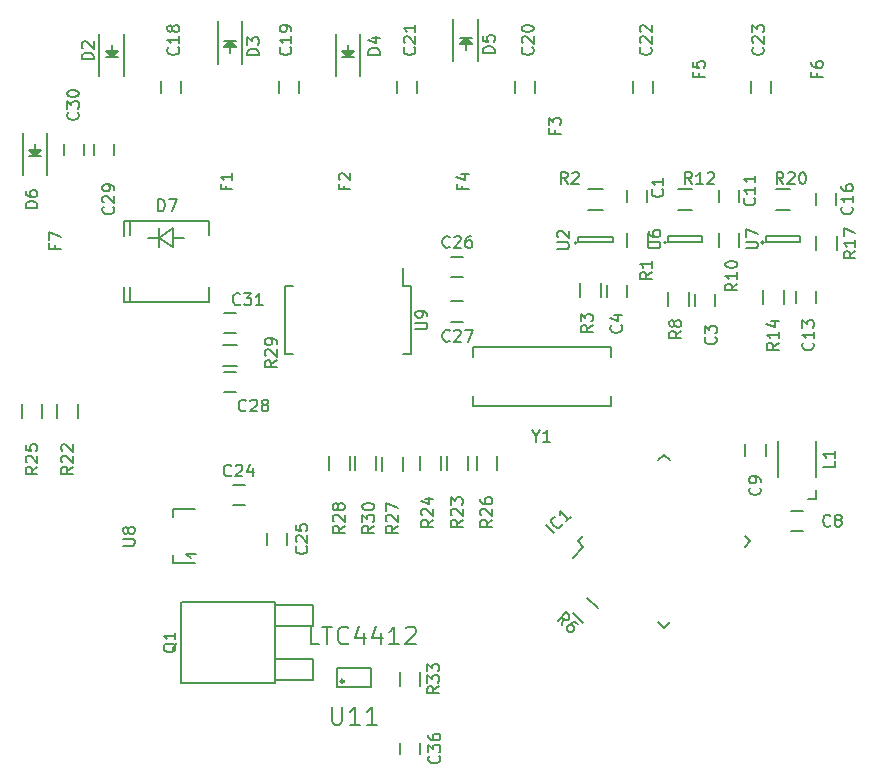
<source format=gto>
G04 #@! TF.FileFunction,Legend,Top*
%FSLAX46Y46*%
G04 Gerber Fmt 4.6, Leading zero omitted, Abs format (unit mm)*
G04 Created by KiCad (PCBNEW 4.0.1-stable) date 17.05.2016 13:35:18*
%MOMM*%
G01*
G04 APERTURE LIST*
%ADD10C,0.100000*%
%ADD11C,0.150000*%
%ADD12C,0.250000*%
G04 APERTURE END LIST*
D10*
D11*
X115500000Y-79650000D02*
X114500000Y-79650000D01*
X114500000Y-81350000D02*
X115500000Y-81350000D01*
X100963575Y-60279999D02*
X100963575Y-61279999D01*
X102663575Y-61279999D02*
X102663575Y-60279999D01*
X103463575Y-60279999D02*
X103463575Y-61279999D01*
X105163575Y-61279999D02*
X105163575Y-60279999D01*
X144431445Y-93950000D02*
X144908742Y-94427297D01*
X151750000Y-86631445D02*
X152227297Y-87108742D01*
X159068555Y-93950000D02*
X158591258Y-93472703D01*
X151750000Y-101268555D02*
X151272703Y-100791258D01*
X144431445Y-93950000D02*
X144908742Y-93472703D01*
X151750000Y-101268555D02*
X152227297Y-100791258D01*
X159068555Y-93950000D02*
X158591258Y-94427297D01*
X151750000Y-86631445D02*
X151272703Y-87108742D01*
X144908742Y-94427297D02*
X144007181Y-95328858D01*
X163500000Y-91400000D02*
X162500000Y-91400000D01*
X162500000Y-93100000D02*
X163500000Y-93100000D01*
X146550000Y-65875000D02*
X145350000Y-65875000D01*
X145350000Y-64125000D02*
X146550000Y-64125000D01*
X120850000Y-56000000D02*
X120850000Y-55000000D01*
X119150000Y-55000000D02*
X119150000Y-56000000D01*
X140850000Y-56000000D02*
X140850000Y-55000000D01*
X139150000Y-55000000D02*
X139150000Y-56000000D01*
X130850000Y-56000000D02*
X130850000Y-55000000D01*
X129150000Y-55000000D02*
X129150000Y-56000000D01*
X150850000Y-56000000D02*
X150850000Y-55000000D01*
X149150000Y-55000000D02*
X149150000Y-56000000D01*
X160850000Y-56000000D02*
X160850000Y-55000000D01*
X159150000Y-55000000D02*
X159150000Y-56000000D01*
X115250000Y-90850000D02*
X116250000Y-90850000D01*
X116250000Y-89150000D02*
X115250000Y-89150000D01*
X119850000Y-94250000D02*
X119850000Y-93250000D01*
X118150000Y-93250000D02*
X118150000Y-94250000D01*
X134750000Y-69900000D02*
X133750000Y-69900000D01*
X133750000Y-71600000D02*
X134750000Y-71600000D01*
X133750000Y-75350000D02*
X134750000Y-75350000D01*
X134750000Y-73650000D02*
X133750000Y-73650000D01*
X109001620Y-68251020D02*
X108099920Y-68251020D01*
X110152240Y-68251020D02*
X111150460Y-68251020D01*
X106501600Y-73651060D02*
X106501600Y-72449640D01*
X106501600Y-66848940D02*
X106501600Y-68050360D01*
X113250240Y-73651060D02*
X113250240Y-72449640D01*
X113250240Y-66848940D02*
X113250240Y-68050360D01*
X106051880Y-73651060D02*
X106051880Y-72398840D01*
X106051880Y-66848940D02*
X106051880Y-68101160D01*
X109001620Y-67450920D02*
X109001620Y-69051120D01*
X110152240Y-69000320D02*
X110152240Y-67450920D01*
X109001620Y-68251020D02*
X110152240Y-69000320D01*
X109001620Y-68251020D02*
X110152240Y-67450920D01*
X106051880Y-73651060D02*
X113250240Y-73651060D01*
X106051880Y-66848940D02*
X113250240Y-66848940D01*
X137625000Y-86750000D02*
X137625000Y-87950000D01*
X135875000Y-87950000D02*
X135875000Y-86750000D01*
X129625000Y-86800000D02*
X129625000Y-88000000D01*
X127875000Y-88000000D02*
X127875000Y-86800000D01*
X125125000Y-86750000D02*
X125125000Y-87950000D01*
X123375000Y-87950000D02*
X123375000Y-86750000D01*
X114400000Y-77375000D02*
X115600000Y-77375000D01*
X115600000Y-79125000D02*
X114400000Y-79125000D01*
X111701360Y-95399920D02*
X111401640Y-95151000D01*
X111401640Y-95151000D02*
X111251780Y-95049400D01*
X111251780Y-95049400D02*
X112100140Y-95049400D01*
X110200220Y-95750440D02*
X112001080Y-95750440D01*
X110200220Y-95750440D02*
X110200220Y-95100200D01*
X110200220Y-91249560D02*
X112001080Y-91249560D01*
X110200220Y-91249560D02*
X110200220Y-91899800D01*
X130325000Y-72375000D02*
X129675000Y-72375000D01*
X130325000Y-78125000D02*
X129675000Y-78125000D01*
X119675000Y-78125000D02*
X120325000Y-78125000D01*
X119675000Y-72375000D02*
X120325000Y-72375000D01*
X130325000Y-72375000D02*
X130325000Y-78125000D01*
X119675000Y-72375000D02*
X119675000Y-78125000D01*
X129675000Y-72375000D02*
X129675000Y-70775000D01*
X147250760Y-77500640D02*
X135551520Y-77500640D01*
X135551520Y-82499360D02*
X147250760Y-82499360D01*
X135551520Y-77500640D02*
X135551520Y-78349000D01*
X135551520Y-82499360D02*
X135551520Y-81651000D01*
X147250760Y-77500640D02*
X147250760Y-78349000D01*
X147250760Y-82499360D02*
X147250760Y-81651000D01*
X110850000Y-56000000D02*
X110850000Y-55000000D01*
X109150000Y-55000000D02*
X109150000Y-56000000D01*
X100375000Y-83500000D02*
X100375000Y-82300000D01*
X102125000Y-82300000D02*
X102125000Y-83500000D01*
X135125000Y-86750000D02*
X135125000Y-87950000D01*
X133375000Y-87950000D02*
X133375000Y-86750000D01*
X132875000Y-86750000D02*
X132875000Y-87950000D01*
X131125000Y-87950000D02*
X131125000Y-86750000D01*
X97375000Y-83500000D02*
X97375000Y-82300000D01*
X99125000Y-82300000D02*
X99125000Y-83500000D01*
X127375000Y-86750000D02*
X127375000Y-87950000D01*
X125625000Y-87950000D02*
X125625000Y-86750000D01*
X150350000Y-65250000D02*
X150350000Y-64250000D01*
X148650000Y-64250000D02*
X148650000Y-65250000D01*
X156100000Y-74000000D02*
X156100000Y-73000000D01*
X154400000Y-73000000D02*
X154400000Y-74000000D01*
X148600000Y-73250000D02*
X148600000Y-72250000D01*
X146900000Y-72250000D02*
X146900000Y-73250000D01*
X158650000Y-85750000D02*
X158650000Y-86750000D01*
X160350000Y-86750000D02*
X160350000Y-85750000D01*
X158100000Y-65250000D02*
X158100000Y-64250000D01*
X156400000Y-64250000D02*
X156400000Y-65250000D01*
X164600000Y-73750000D02*
X164600000Y-72750000D01*
X162900000Y-72750000D02*
X162900000Y-73750000D01*
X166350000Y-65500000D02*
X166350000Y-64500000D01*
X164650000Y-64500000D02*
X164650000Y-65500000D01*
X148625000Y-69050000D02*
X148625000Y-67850000D01*
X150375000Y-67850000D02*
X150375000Y-69050000D01*
X144625000Y-73300000D02*
X144625000Y-72100000D01*
X146375000Y-72100000D02*
X146375000Y-73300000D01*
X145272703Y-98785266D02*
X146121232Y-99633795D01*
X144883795Y-100871232D02*
X144035266Y-100022703D01*
X152125000Y-74050000D02*
X152125000Y-72850000D01*
X153875000Y-72850000D02*
X153875000Y-74050000D01*
X156375000Y-69050000D02*
X156375000Y-67850000D01*
X158125000Y-67850000D02*
X158125000Y-69050000D01*
X154150000Y-65875000D02*
X152950000Y-65875000D01*
X152950000Y-64125000D02*
X154150000Y-64125000D01*
X160125000Y-73900000D02*
X160125000Y-72700000D01*
X161875000Y-72700000D02*
X161875000Y-73900000D01*
X164625000Y-69300000D02*
X164625000Y-68100000D01*
X166375000Y-68100000D02*
X166375000Y-69300000D01*
X162400000Y-65875000D02*
X161200000Y-65875000D01*
X161200000Y-64125000D02*
X162400000Y-64125000D01*
X144350000Y-68700000D02*
G75*
G03X144350000Y-68700000I-100000J0D01*
G01*
X144500000Y-68150000D02*
X144500000Y-68650000D01*
X147400000Y-68150000D02*
X144500000Y-68150000D01*
X147400000Y-68650000D02*
X147400000Y-68150000D01*
X144500000Y-68650000D02*
X147400000Y-68650000D01*
X151950000Y-68650000D02*
G75*
G03X151950000Y-68650000I-100000J0D01*
G01*
X152100000Y-68100000D02*
X152100000Y-68600000D01*
X155000000Y-68100000D02*
X152100000Y-68100000D01*
X155000000Y-68600000D02*
X155000000Y-68100000D01*
X152100000Y-68600000D02*
X155000000Y-68600000D01*
X160200000Y-68650000D02*
G75*
G03X160200000Y-68650000I-100000J0D01*
G01*
X160350000Y-68100000D02*
X160350000Y-68600000D01*
X163250000Y-68100000D02*
X160350000Y-68100000D01*
X163250000Y-68600000D02*
X163250000Y-68100000D01*
X160350000Y-68600000D02*
X163250000Y-68600000D01*
X106050000Y-54569860D02*
X106050000Y-50969860D01*
X103950000Y-54569860D02*
X103950000Y-50969860D01*
X104700000Y-52519860D02*
X105300000Y-52519860D01*
X105300000Y-52519860D02*
X105000000Y-52819860D01*
X105000000Y-52819860D02*
X104800000Y-52619860D01*
X104800000Y-52619860D02*
X105050000Y-52619860D01*
X105050000Y-52619860D02*
X105000000Y-52669860D01*
X104500000Y-52919860D02*
X105500000Y-52919860D01*
X105000000Y-52419860D02*
X105000000Y-51919860D01*
X105000000Y-52919860D02*
X104500000Y-52419860D01*
X104500000Y-52419860D02*
X105500000Y-52419860D01*
X105500000Y-52419860D02*
X105000000Y-52919860D01*
X113950000Y-49930140D02*
X113950000Y-53530140D01*
X116050000Y-49930140D02*
X116050000Y-53530140D01*
X115300000Y-51980140D02*
X114700000Y-51980140D01*
X114700000Y-51980140D02*
X115000000Y-51680140D01*
X115000000Y-51680140D02*
X115200000Y-51880140D01*
X115200000Y-51880140D02*
X114950000Y-51880140D01*
X114950000Y-51880140D02*
X115000000Y-51830140D01*
X115500000Y-51580140D02*
X114500000Y-51580140D01*
X115000000Y-52080140D02*
X115000000Y-52580140D01*
X115000000Y-51580140D02*
X115500000Y-52080140D01*
X115500000Y-52080140D02*
X114500000Y-52080140D01*
X114500000Y-52080140D02*
X115000000Y-51580140D01*
X126050000Y-54569860D02*
X126050000Y-50969860D01*
X123950000Y-54569860D02*
X123950000Y-50969860D01*
X124700000Y-52519860D02*
X125300000Y-52519860D01*
X125300000Y-52519860D02*
X125000000Y-52819860D01*
X125000000Y-52819860D02*
X124800000Y-52619860D01*
X124800000Y-52619860D02*
X125050000Y-52619860D01*
X125050000Y-52619860D02*
X125000000Y-52669860D01*
X124500000Y-52919860D02*
X125500000Y-52919860D01*
X125000000Y-52419860D02*
X125000000Y-51919860D01*
X125000000Y-52919860D02*
X124500000Y-52419860D01*
X124500000Y-52419860D02*
X125500000Y-52419860D01*
X125500000Y-52419860D02*
X125000000Y-52919860D01*
X133910000Y-49729860D02*
X133910000Y-53329860D01*
X136010000Y-49729860D02*
X136010000Y-53329860D01*
X135260000Y-51779860D02*
X134660000Y-51779860D01*
X134660000Y-51779860D02*
X134960000Y-51479860D01*
X134960000Y-51479860D02*
X135160000Y-51679860D01*
X135160000Y-51679860D02*
X134910000Y-51679860D01*
X134910000Y-51679860D02*
X134960000Y-51629860D01*
X135460000Y-51379860D02*
X134460000Y-51379860D01*
X134960000Y-51879860D02*
X134960000Y-52379860D01*
X134960000Y-51379860D02*
X135460000Y-51879860D01*
X135460000Y-51879860D02*
X134460000Y-51879860D01*
X134460000Y-51879860D02*
X134960000Y-51379860D01*
X99550000Y-62980140D02*
X99550000Y-59380140D01*
X97450000Y-62980140D02*
X97450000Y-59380140D01*
X98200000Y-60930140D02*
X98800000Y-60930140D01*
X98800000Y-60930140D02*
X98500000Y-61230140D01*
X98500000Y-61230140D02*
X98300000Y-61030140D01*
X98300000Y-61030140D02*
X98550000Y-61030140D01*
X98550000Y-61030140D02*
X98500000Y-61080140D01*
X98000000Y-61330140D02*
X99000000Y-61330140D01*
X98500000Y-60830140D02*
X98500000Y-60330140D01*
X98500000Y-61330140D02*
X98000000Y-60830140D01*
X98000000Y-60830140D02*
X99000000Y-60830140D01*
X99000000Y-60830140D02*
X98500000Y-61330140D01*
X164600000Y-90350000D02*
X163950000Y-90350000D01*
X164600000Y-89600000D02*
X164600000Y-90350000D01*
X164600000Y-85500000D02*
X164600000Y-88500000D01*
X161400000Y-88500000D02*
X161400000Y-85500000D01*
X131100000Y-112000000D02*
X131100000Y-111000000D01*
X129400000Y-111000000D02*
X129400000Y-112000000D01*
X118826000Y-101103000D02*
X122001000Y-101103000D01*
X122001000Y-101103000D02*
X122001000Y-99325000D01*
X122001000Y-99325000D02*
X118826000Y-99325000D01*
X118826000Y-105675000D02*
X122001000Y-105675000D01*
X122001000Y-105675000D02*
X122001000Y-103897000D01*
X122001000Y-103897000D02*
X118826000Y-103897000D01*
X112730000Y-99071000D02*
X118826000Y-99071000D01*
X118826000Y-99071000D02*
X118826000Y-105929000D01*
X118826000Y-105929000D02*
X110952000Y-105929000D01*
X110825000Y-105929000D02*
X110825000Y-99071000D01*
X110952000Y-99071000D02*
X112730000Y-99071000D01*
X131125000Y-105000000D02*
X131125000Y-106200000D01*
X129375000Y-106200000D02*
X129375000Y-105000000D01*
D12*
X124641421Y-105800000D02*
G75*
G03X124641421Y-105800000I-141421J0D01*
G01*
D11*
X124050000Y-106300000D02*
X124050000Y-104700000D01*
X124050000Y-104700000D02*
X126950000Y-104700000D01*
X126950000Y-104700000D02*
X126950000Y-106300000D01*
X126950000Y-106300000D02*
X124050000Y-106300000D01*
X114500000Y-76350000D02*
X115500000Y-76350000D01*
X115500000Y-74650000D02*
X114500000Y-74650000D01*
X116357143Y-82857143D02*
X116309524Y-82904762D01*
X116166667Y-82952381D01*
X116071429Y-82952381D01*
X115928571Y-82904762D01*
X115833333Y-82809524D01*
X115785714Y-82714286D01*
X115738095Y-82523810D01*
X115738095Y-82380952D01*
X115785714Y-82190476D01*
X115833333Y-82095238D01*
X115928571Y-82000000D01*
X116071429Y-81952381D01*
X116166667Y-81952381D01*
X116309524Y-82000000D01*
X116357143Y-82047619D01*
X116738095Y-82047619D02*
X116785714Y-82000000D01*
X116880952Y-81952381D01*
X117119048Y-81952381D01*
X117214286Y-82000000D01*
X117261905Y-82047619D01*
X117309524Y-82142857D01*
X117309524Y-82238095D01*
X117261905Y-82380952D01*
X116690476Y-82952381D01*
X117309524Y-82952381D01*
X117880952Y-82380952D02*
X117785714Y-82333333D01*
X117738095Y-82285714D01*
X117690476Y-82190476D01*
X117690476Y-82142857D01*
X117738095Y-82047619D01*
X117785714Y-82000000D01*
X117880952Y-81952381D01*
X118071429Y-81952381D01*
X118166667Y-82000000D01*
X118214286Y-82047619D01*
X118261905Y-82142857D01*
X118261905Y-82190476D01*
X118214286Y-82285714D01*
X118166667Y-82333333D01*
X118071429Y-82380952D01*
X117880952Y-82380952D01*
X117785714Y-82428571D01*
X117738095Y-82476190D01*
X117690476Y-82571429D01*
X117690476Y-82761905D01*
X117738095Y-82857143D01*
X117785714Y-82904762D01*
X117880952Y-82952381D01*
X118071429Y-82952381D01*
X118166667Y-82904762D01*
X118214286Y-82857143D01*
X118261905Y-82761905D01*
X118261905Y-82571429D01*
X118214286Y-82476190D01*
X118166667Y-82428571D01*
X118071429Y-82380952D01*
X102107143Y-57642857D02*
X102154762Y-57690476D01*
X102202381Y-57833333D01*
X102202381Y-57928571D01*
X102154762Y-58071429D01*
X102059524Y-58166667D01*
X101964286Y-58214286D01*
X101773810Y-58261905D01*
X101630952Y-58261905D01*
X101440476Y-58214286D01*
X101345238Y-58166667D01*
X101250000Y-58071429D01*
X101202381Y-57928571D01*
X101202381Y-57833333D01*
X101250000Y-57690476D01*
X101297619Y-57642857D01*
X101202381Y-57309524D02*
X101202381Y-56690476D01*
X101583333Y-57023810D01*
X101583333Y-56880952D01*
X101630952Y-56785714D01*
X101678571Y-56738095D01*
X101773810Y-56690476D01*
X102011905Y-56690476D01*
X102107143Y-56738095D01*
X102154762Y-56785714D01*
X102202381Y-56880952D01*
X102202381Y-57166667D01*
X102154762Y-57261905D01*
X102107143Y-57309524D01*
X101202381Y-56071429D02*
X101202381Y-55976190D01*
X101250000Y-55880952D01*
X101297619Y-55833333D01*
X101392857Y-55785714D01*
X101583333Y-55738095D01*
X101821429Y-55738095D01*
X102011905Y-55785714D01*
X102107143Y-55833333D01*
X102154762Y-55880952D01*
X102202381Y-55976190D01*
X102202381Y-56071429D01*
X102154762Y-56166667D01*
X102107143Y-56214286D01*
X102011905Y-56261905D01*
X101821429Y-56309524D01*
X101583333Y-56309524D01*
X101392857Y-56261905D01*
X101297619Y-56214286D01*
X101250000Y-56166667D01*
X101202381Y-56071429D01*
X105107143Y-65642857D02*
X105154762Y-65690476D01*
X105202381Y-65833333D01*
X105202381Y-65928571D01*
X105154762Y-66071429D01*
X105059524Y-66166667D01*
X104964286Y-66214286D01*
X104773810Y-66261905D01*
X104630952Y-66261905D01*
X104440476Y-66214286D01*
X104345238Y-66166667D01*
X104250000Y-66071429D01*
X104202381Y-65928571D01*
X104202381Y-65833333D01*
X104250000Y-65690476D01*
X104297619Y-65642857D01*
X104297619Y-65261905D02*
X104250000Y-65214286D01*
X104202381Y-65119048D01*
X104202381Y-64880952D01*
X104250000Y-64785714D01*
X104297619Y-64738095D01*
X104392857Y-64690476D01*
X104488095Y-64690476D01*
X104630952Y-64738095D01*
X105202381Y-65309524D01*
X105202381Y-64690476D01*
X105202381Y-64214286D02*
X105202381Y-64023810D01*
X105154762Y-63928571D01*
X105107143Y-63880952D01*
X104964286Y-63785714D01*
X104773810Y-63738095D01*
X104392857Y-63738095D01*
X104297619Y-63785714D01*
X104250000Y-63833333D01*
X104202381Y-63928571D01*
X104202381Y-64119048D01*
X104250000Y-64214286D01*
X104297619Y-64261905D01*
X104392857Y-64309524D01*
X104630952Y-64309524D01*
X104726190Y-64261905D01*
X104773810Y-64214286D01*
X104821429Y-64119048D01*
X104821429Y-63928571D01*
X104773810Y-63833333D01*
X104726190Y-63785714D01*
X104630952Y-63738095D01*
X142427639Y-93277238D02*
X141720532Y-92570131D01*
X143101074Y-92469116D02*
X143101074Y-92536460D01*
X143033731Y-92671147D01*
X142966387Y-92738490D01*
X142831700Y-92805834D01*
X142697013Y-92805834D01*
X142595998Y-92772162D01*
X142427639Y-92671147D01*
X142326623Y-92570131D01*
X142225608Y-92401773D01*
X142191936Y-92300758D01*
X142191936Y-92166071D01*
X142259281Y-92031383D01*
X142326624Y-91964040D01*
X142461311Y-91896696D01*
X142528654Y-91896696D01*
X143841853Y-91863025D02*
X143437791Y-92267086D01*
X143639822Y-92065056D02*
X142932715Y-91357949D01*
X142966387Y-91526308D01*
X142966387Y-91660994D01*
X142932715Y-91762010D01*
X165833334Y-92607143D02*
X165785715Y-92654762D01*
X165642858Y-92702381D01*
X165547620Y-92702381D01*
X165404762Y-92654762D01*
X165309524Y-92559524D01*
X165261905Y-92464286D01*
X165214286Y-92273810D01*
X165214286Y-92130952D01*
X165261905Y-91940476D01*
X165309524Y-91845238D01*
X165404762Y-91750000D01*
X165547620Y-91702381D01*
X165642858Y-91702381D01*
X165785715Y-91750000D01*
X165833334Y-91797619D01*
X166404762Y-92130952D02*
X166309524Y-92083333D01*
X166261905Y-92035714D01*
X166214286Y-91940476D01*
X166214286Y-91892857D01*
X166261905Y-91797619D01*
X166309524Y-91750000D01*
X166404762Y-91702381D01*
X166595239Y-91702381D01*
X166690477Y-91750000D01*
X166738096Y-91797619D01*
X166785715Y-91892857D01*
X166785715Y-91940476D01*
X166738096Y-92035714D01*
X166690477Y-92083333D01*
X166595239Y-92130952D01*
X166404762Y-92130952D01*
X166309524Y-92178571D01*
X166261905Y-92226190D01*
X166214286Y-92321429D01*
X166214286Y-92511905D01*
X166261905Y-92607143D01*
X166309524Y-92654762D01*
X166404762Y-92702381D01*
X166595239Y-92702381D01*
X166690477Y-92654762D01*
X166738096Y-92607143D01*
X166785715Y-92511905D01*
X166785715Y-92321429D01*
X166738096Y-92226190D01*
X166690477Y-92178571D01*
X166595239Y-92130952D01*
X143583334Y-63702381D02*
X143250000Y-63226190D01*
X143011905Y-63702381D02*
X143011905Y-62702381D01*
X143392858Y-62702381D01*
X143488096Y-62750000D01*
X143535715Y-62797619D01*
X143583334Y-62892857D01*
X143583334Y-63035714D01*
X143535715Y-63130952D01*
X143488096Y-63178571D01*
X143392858Y-63226190D01*
X143011905Y-63226190D01*
X143964286Y-62797619D02*
X144011905Y-62750000D01*
X144107143Y-62702381D01*
X144345239Y-62702381D01*
X144440477Y-62750000D01*
X144488096Y-62797619D01*
X144535715Y-62892857D01*
X144535715Y-62988095D01*
X144488096Y-63130952D01*
X143916667Y-63702381D01*
X144535715Y-63702381D01*
X120107143Y-52142857D02*
X120154762Y-52190476D01*
X120202381Y-52333333D01*
X120202381Y-52428571D01*
X120154762Y-52571429D01*
X120059524Y-52666667D01*
X119964286Y-52714286D01*
X119773810Y-52761905D01*
X119630952Y-52761905D01*
X119440476Y-52714286D01*
X119345238Y-52666667D01*
X119250000Y-52571429D01*
X119202381Y-52428571D01*
X119202381Y-52333333D01*
X119250000Y-52190476D01*
X119297619Y-52142857D01*
X120202381Y-51190476D02*
X120202381Y-51761905D01*
X120202381Y-51476191D02*
X119202381Y-51476191D01*
X119345238Y-51571429D01*
X119440476Y-51666667D01*
X119488095Y-51761905D01*
X120202381Y-50714286D02*
X120202381Y-50523810D01*
X120154762Y-50428571D01*
X120107143Y-50380952D01*
X119964286Y-50285714D01*
X119773810Y-50238095D01*
X119392857Y-50238095D01*
X119297619Y-50285714D01*
X119250000Y-50333333D01*
X119202381Y-50428571D01*
X119202381Y-50619048D01*
X119250000Y-50714286D01*
X119297619Y-50761905D01*
X119392857Y-50809524D01*
X119630952Y-50809524D01*
X119726190Y-50761905D01*
X119773810Y-50714286D01*
X119821429Y-50619048D01*
X119821429Y-50428571D01*
X119773810Y-50333333D01*
X119726190Y-50285714D01*
X119630952Y-50238095D01*
X140607143Y-52142857D02*
X140654762Y-52190476D01*
X140702381Y-52333333D01*
X140702381Y-52428571D01*
X140654762Y-52571429D01*
X140559524Y-52666667D01*
X140464286Y-52714286D01*
X140273810Y-52761905D01*
X140130952Y-52761905D01*
X139940476Y-52714286D01*
X139845238Y-52666667D01*
X139750000Y-52571429D01*
X139702381Y-52428571D01*
X139702381Y-52333333D01*
X139750000Y-52190476D01*
X139797619Y-52142857D01*
X139797619Y-51761905D02*
X139750000Y-51714286D01*
X139702381Y-51619048D01*
X139702381Y-51380952D01*
X139750000Y-51285714D01*
X139797619Y-51238095D01*
X139892857Y-51190476D01*
X139988095Y-51190476D01*
X140130952Y-51238095D01*
X140702381Y-51809524D01*
X140702381Y-51190476D01*
X139702381Y-50571429D02*
X139702381Y-50476190D01*
X139750000Y-50380952D01*
X139797619Y-50333333D01*
X139892857Y-50285714D01*
X140083333Y-50238095D01*
X140321429Y-50238095D01*
X140511905Y-50285714D01*
X140607143Y-50333333D01*
X140654762Y-50380952D01*
X140702381Y-50476190D01*
X140702381Y-50571429D01*
X140654762Y-50666667D01*
X140607143Y-50714286D01*
X140511905Y-50761905D01*
X140321429Y-50809524D01*
X140083333Y-50809524D01*
X139892857Y-50761905D01*
X139797619Y-50714286D01*
X139750000Y-50666667D01*
X139702381Y-50571429D01*
X130607143Y-52142857D02*
X130654762Y-52190476D01*
X130702381Y-52333333D01*
X130702381Y-52428571D01*
X130654762Y-52571429D01*
X130559524Y-52666667D01*
X130464286Y-52714286D01*
X130273810Y-52761905D01*
X130130952Y-52761905D01*
X129940476Y-52714286D01*
X129845238Y-52666667D01*
X129750000Y-52571429D01*
X129702381Y-52428571D01*
X129702381Y-52333333D01*
X129750000Y-52190476D01*
X129797619Y-52142857D01*
X129797619Y-51761905D02*
X129750000Y-51714286D01*
X129702381Y-51619048D01*
X129702381Y-51380952D01*
X129750000Y-51285714D01*
X129797619Y-51238095D01*
X129892857Y-51190476D01*
X129988095Y-51190476D01*
X130130952Y-51238095D01*
X130702381Y-51809524D01*
X130702381Y-51190476D01*
X130702381Y-50238095D02*
X130702381Y-50809524D01*
X130702381Y-50523810D02*
X129702381Y-50523810D01*
X129845238Y-50619048D01*
X129940476Y-50714286D01*
X129988095Y-50809524D01*
X150607143Y-52142857D02*
X150654762Y-52190476D01*
X150702381Y-52333333D01*
X150702381Y-52428571D01*
X150654762Y-52571429D01*
X150559524Y-52666667D01*
X150464286Y-52714286D01*
X150273810Y-52761905D01*
X150130952Y-52761905D01*
X149940476Y-52714286D01*
X149845238Y-52666667D01*
X149750000Y-52571429D01*
X149702381Y-52428571D01*
X149702381Y-52333333D01*
X149750000Y-52190476D01*
X149797619Y-52142857D01*
X149797619Y-51761905D02*
X149750000Y-51714286D01*
X149702381Y-51619048D01*
X149702381Y-51380952D01*
X149750000Y-51285714D01*
X149797619Y-51238095D01*
X149892857Y-51190476D01*
X149988095Y-51190476D01*
X150130952Y-51238095D01*
X150702381Y-51809524D01*
X150702381Y-51190476D01*
X149797619Y-50809524D02*
X149750000Y-50761905D01*
X149702381Y-50666667D01*
X149702381Y-50428571D01*
X149750000Y-50333333D01*
X149797619Y-50285714D01*
X149892857Y-50238095D01*
X149988095Y-50238095D01*
X150130952Y-50285714D01*
X150702381Y-50857143D01*
X150702381Y-50238095D01*
X160107143Y-52142857D02*
X160154762Y-52190476D01*
X160202381Y-52333333D01*
X160202381Y-52428571D01*
X160154762Y-52571429D01*
X160059524Y-52666667D01*
X159964286Y-52714286D01*
X159773810Y-52761905D01*
X159630952Y-52761905D01*
X159440476Y-52714286D01*
X159345238Y-52666667D01*
X159250000Y-52571429D01*
X159202381Y-52428571D01*
X159202381Y-52333333D01*
X159250000Y-52190476D01*
X159297619Y-52142857D01*
X159297619Y-51761905D02*
X159250000Y-51714286D01*
X159202381Y-51619048D01*
X159202381Y-51380952D01*
X159250000Y-51285714D01*
X159297619Y-51238095D01*
X159392857Y-51190476D01*
X159488095Y-51190476D01*
X159630952Y-51238095D01*
X160202381Y-51809524D01*
X160202381Y-51190476D01*
X159202381Y-50857143D02*
X159202381Y-50238095D01*
X159583333Y-50571429D01*
X159583333Y-50428571D01*
X159630952Y-50333333D01*
X159678571Y-50285714D01*
X159773810Y-50238095D01*
X160011905Y-50238095D01*
X160107143Y-50285714D01*
X160154762Y-50333333D01*
X160202381Y-50428571D01*
X160202381Y-50714286D01*
X160154762Y-50809524D01*
X160107143Y-50857143D01*
X115107143Y-88357143D02*
X115059524Y-88404762D01*
X114916667Y-88452381D01*
X114821429Y-88452381D01*
X114678571Y-88404762D01*
X114583333Y-88309524D01*
X114535714Y-88214286D01*
X114488095Y-88023810D01*
X114488095Y-87880952D01*
X114535714Y-87690476D01*
X114583333Y-87595238D01*
X114678571Y-87500000D01*
X114821429Y-87452381D01*
X114916667Y-87452381D01*
X115059524Y-87500000D01*
X115107143Y-87547619D01*
X115488095Y-87547619D02*
X115535714Y-87500000D01*
X115630952Y-87452381D01*
X115869048Y-87452381D01*
X115964286Y-87500000D01*
X116011905Y-87547619D01*
X116059524Y-87642857D01*
X116059524Y-87738095D01*
X116011905Y-87880952D01*
X115440476Y-88452381D01*
X116059524Y-88452381D01*
X116916667Y-87785714D02*
X116916667Y-88452381D01*
X116678571Y-87404762D02*
X116440476Y-88119048D01*
X117059524Y-88119048D01*
X121457143Y-94392857D02*
X121504762Y-94440476D01*
X121552381Y-94583333D01*
X121552381Y-94678571D01*
X121504762Y-94821429D01*
X121409524Y-94916667D01*
X121314286Y-94964286D01*
X121123810Y-95011905D01*
X120980952Y-95011905D01*
X120790476Y-94964286D01*
X120695238Y-94916667D01*
X120600000Y-94821429D01*
X120552381Y-94678571D01*
X120552381Y-94583333D01*
X120600000Y-94440476D01*
X120647619Y-94392857D01*
X120647619Y-94011905D02*
X120600000Y-93964286D01*
X120552381Y-93869048D01*
X120552381Y-93630952D01*
X120600000Y-93535714D01*
X120647619Y-93488095D01*
X120742857Y-93440476D01*
X120838095Y-93440476D01*
X120980952Y-93488095D01*
X121552381Y-94059524D01*
X121552381Y-93440476D01*
X120552381Y-92535714D02*
X120552381Y-93011905D01*
X121028571Y-93059524D01*
X120980952Y-93011905D01*
X120933333Y-92916667D01*
X120933333Y-92678571D01*
X120980952Y-92583333D01*
X121028571Y-92535714D01*
X121123810Y-92488095D01*
X121361905Y-92488095D01*
X121457143Y-92535714D01*
X121504762Y-92583333D01*
X121552381Y-92678571D01*
X121552381Y-92916667D01*
X121504762Y-93011905D01*
X121457143Y-93059524D01*
X133607143Y-69007143D02*
X133559524Y-69054762D01*
X133416667Y-69102381D01*
X133321429Y-69102381D01*
X133178571Y-69054762D01*
X133083333Y-68959524D01*
X133035714Y-68864286D01*
X132988095Y-68673810D01*
X132988095Y-68530952D01*
X133035714Y-68340476D01*
X133083333Y-68245238D01*
X133178571Y-68150000D01*
X133321429Y-68102381D01*
X133416667Y-68102381D01*
X133559524Y-68150000D01*
X133607143Y-68197619D01*
X133988095Y-68197619D02*
X134035714Y-68150000D01*
X134130952Y-68102381D01*
X134369048Y-68102381D01*
X134464286Y-68150000D01*
X134511905Y-68197619D01*
X134559524Y-68292857D01*
X134559524Y-68388095D01*
X134511905Y-68530952D01*
X133940476Y-69102381D01*
X134559524Y-69102381D01*
X135416667Y-68102381D02*
X135226190Y-68102381D01*
X135130952Y-68150000D01*
X135083333Y-68197619D01*
X134988095Y-68340476D01*
X134940476Y-68530952D01*
X134940476Y-68911905D01*
X134988095Y-69007143D01*
X135035714Y-69054762D01*
X135130952Y-69102381D01*
X135321429Y-69102381D01*
X135416667Y-69054762D01*
X135464286Y-69007143D01*
X135511905Y-68911905D01*
X135511905Y-68673810D01*
X135464286Y-68578571D01*
X135416667Y-68530952D01*
X135321429Y-68483333D01*
X135130952Y-68483333D01*
X135035714Y-68530952D01*
X134988095Y-68578571D01*
X134940476Y-68673810D01*
X133607143Y-76957143D02*
X133559524Y-77004762D01*
X133416667Y-77052381D01*
X133321429Y-77052381D01*
X133178571Y-77004762D01*
X133083333Y-76909524D01*
X133035714Y-76814286D01*
X132988095Y-76623810D01*
X132988095Y-76480952D01*
X133035714Y-76290476D01*
X133083333Y-76195238D01*
X133178571Y-76100000D01*
X133321429Y-76052381D01*
X133416667Y-76052381D01*
X133559524Y-76100000D01*
X133607143Y-76147619D01*
X133988095Y-76147619D02*
X134035714Y-76100000D01*
X134130952Y-76052381D01*
X134369048Y-76052381D01*
X134464286Y-76100000D01*
X134511905Y-76147619D01*
X134559524Y-76242857D01*
X134559524Y-76338095D01*
X134511905Y-76480952D01*
X133940476Y-77052381D01*
X134559524Y-77052381D01*
X134892857Y-76052381D02*
X135559524Y-76052381D01*
X135130952Y-77052381D01*
X108912965Y-66002381D02*
X108912965Y-65002381D01*
X109151060Y-65002381D01*
X109293918Y-65050000D01*
X109389156Y-65145238D01*
X109436775Y-65240476D01*
X109484394Y-65430952D01*
X109484394Y-65573810D01*
X109436775Y-65764286D01*
X109389156Y-65859524D01*
X109293918Y-65954762D01*
X109151060Y-66002381D01*
X108912965Y-66002381D01*
X109817727Y-65002381D02*
X110484394Y-65002381D01*
X110055822Y-66002381D01*
X114678571Y-63833333D02*
X114678571Y-64166667D01*
X115202381Y-64166667D02*
X114202381Y-64166667D01*
X114202381Y-63690476D01*
X115202381Y-62785714D02*
X115202381Y-63357143D01*
X115202381Y-63071429D02*
X114202381Y-63071429D01*
X114345238Y-63166667D01*
X114440476Y-63261905D01*
X114488095Y-63357143D01*
X124678571Y-63833333D02*
X124678571Y-64166667D01*
X125202381Y-64166667D02*
X124202381Y-64166667D01*
X124202381Y-63690476D01*
X124297619Y-63357143D02*
X124250000Y-63309524D01*
X124202381Y-63214286D01*
X124202381Y-62976190D01*
X124250000Y-62880952D01*
X124297619Y-62833333D01*
X124392857Y-62785714D01*
X124488095Y-62785714D01*
X124630952Y-62833333D01*
X125202381Y-63404762D01*
X125202381Y-62785714D01*
X142478931Y-59134133D02*
X142478931Y-59467467D01*
X143002741Y-59467467D02*
X142002741Y-59467467D01*
X142002741Y-58991276D01*
X142002741Y-58705562D02*
X142002741Y-58086514D01*
X142383693Y-58419848D01*
X142383693Y-58276990D01*
X142431312Y-58181752D01*
X142478931Y-58134133D01*
X142574170Y-58086514D01*
X142812265Y-58086514D01*
X142907503Y-58134133D01*
X142955122Y-58181752D01*
X143002741Y-58276990D01*
X143002741Y-58562705D01*
X142955122Y-58657943D01*
X142907503Y-58705562D01*
X134678571Y-63833333D02*
X134678571Y-64166667D01*
X135202381Y-64166667D02*
X134202381Y-64166667D01*
X134202381Y-63690476D01*
X134535714Y-62880952D02*
X135202381Y-62880952D01*
X134154762Y-63119048D02*
X134869048Y-63357143D01*
X134869048Y-62738095D01*
X137202381Y-92142857D02*
X136726190Y-92476191D01*
X137202381Y-92714286D02*
X136202381Y-92714286D01*
X136202381Y-92333333D01*
X136250000Y-92238095D01*
X136297619Y-92190476D01*
X136392857Y-92142857D01*
X136535714Y-92142857D01*
X136630952Y-92190476D01*
X136678571Y-92238095D01*
X136726190Y-92333333D01*
X136726190Y-92714286D01*
X136297619Y-91761905D02*
X136250000Y-91714286D01*
X136202381Y-91619048D01*
X136202381Y-91380952D01*
X136250000Y-91285714D01*
X136297619Y-91238095D01*
X136392857Y-91190476D01*
X136488095Y-91190476D01*
X136630952Y-91238095D01*
X137202381Y-91809524D01*
X137202381Y-91190476D01*
X136202381Y-90333333D02*
X136202381Y-90523810D01*
X136250000Y-90619048D01*
X136297619Y-90666667D01*
X136440476Y-90761905D01*
X136630952Y-90809524D01*
X137011905Y-90809524D01*
X137107143Y-90761905D01*
X137154762Y-90714286D01*
X137202381Y-90619048D01*
X137202381Y-90428571D01*
X137154762Y-90333333D01*
X137107143Y-90285714D01*
X137011905Y-90238095D01*
X136773810Y-90238095D01*
X136678571Y-90285714D01*
X136630952Y-90333333D01*
X136583333Y-90428571D01*
X136583333Y-90619048D01*
X136630952Y-90714286D01*
X136678571Y-90761905D01*
X136773810Y-90809524D01*
X129202381Y-92642857D02*
X128726190Y-92976191D01*
X129202381Y-93214286D02*
X128202381Y-93214286D01*
X128202381Y-92833333D01*
X128250000Y-92738095D01*
X128297619Y-92690476D01*
X128392857Y-92642857D01*
X128535714Y-92642857D01*
X128630952Y-92690476D01*
X128678571Y-92738095D01*
X128726190Y-92833333D01*
X128726190Y-93214286D01*
X128297619Y-92261905D02*
X128250000Y-92214286D01*
X128202381Y-92119048D01*
X128202381Y-91880952D01*
X128250000Y-91785714D01*
X128297619Y-91738095D01*
X128392857Y-91690476D01*
X128488095Y-91690476D01*
X128630952Y-91738095D01*
X129202381Y-92309524D01*
X129202381Y-91690476D01*
X128202381Y-91357143D02*
X128202381Y-90690476D01*
X129202381Y-91119048D01*
X124702381Y-92642857D02*
X124226190Y-92976191D01*
X124702381Y-93214286D02*
X123702381Y-93214286D01*
X123702381Y-92833333D01*
X123750000Y-92738095D01*
X123797619Y-92690476D01*
X123892857Y-92642857D01*
X124035714Y-92642857D01*
X124130952Y-92690476D01*
X124178571Y-92738095D01*
X124226190Y-92833333D01*
X124226190Y-93214286D01*
X123797619Y-92261905D02*
X123750000Y-92214286D01*
X123702381Y-92119048D01*
X123702381Y-91880952D01*
X123750000Y-91785714D01*
X123797619Y-91738095D01*
X123892857Y-91690476D01*
X123988095Y-91690476D01*
X124130952Y-91738095D01*
X124702381Y-92309524D01*
X124702381Y-91690476D01*
X124130952Y-91119048D02*
X124083333Y-91214286D01*
X124035714Y-91261905D01*
X123940476Y-91309524D01*
X123892857Y-91309524D01*
X123797619Y-91261905D01*
X123750000Y-91214286D01*
X123702381Y-91119048D01*
X123702381Y-90928571D01*
X123750000Y-90833333D01*
X123797619Y-90785714D01*
X123892857Y-90738095D01*
X123940476Y-90738095D01*
X124035714Y-90785714D01*
X124083333Y-90833333D01*
X124130952Y-90928571D01*
X124130952Y-91119048D01*
X124178571Y-91214286D01*
X124226190Y-91261905D01*
X124321429Y-91309524D01*
X124511905Y-91309524D01*
X124607143Y-91261905D01*
X124654762Y-91214286D01*
X124702381Y-91119048D01*
X124702381Y-90928571D01*
X124654762Y-90833333D01*
X124607143Y-90785714D01*
X124511905Y-90738095D01*
X124321429Y-90738095D01*
X124226190Y-90785714D01*
X124178571Y-90833333D01*
X124130952Y-90928571D01*
X118952381Y-78642857D02*
X118476190Y-78976191D01*
X118952381Y-79214286D02*
X117952381Y-79214286D01*
X117952381Y-78833333D01*
X118000000Y-78738095D01*
X118047619Y-78690476D01*
X118142857Y-78642857D01*
X118285714Y-78642857D01*
X118380952Y-78690476D01*
X118428571Y-78738095D01*
X118476190Y-78833333D01*
X118476190Y-79214286D01*
X118047619Y-78261905D02*
X118000000Y-78214286D01*
X117952381Y-78119048D01*
X117952381Y-77880952D01*
X118000000Y-77785714D01*
X118047619Y-77738095D01*
X118142857Y-77690476D01*
X118238095Y-77690476D01*
X118380952Y-77738095D01*
X118952381Y-78309524D01*
X118952381Y-77690476D01*
X118952381Y-77214286D02*
X118952381Y-77023810D01*
X118904762Y-76928571D01*
X118857143Y-76880952D01*
X118714286Y-76785714D01*
X118523810Y-76738095D01*
X118142857Y-76738095D01*
X118047619Y-76785714D01*
X118000000Y-76833333D01*
X117952381Y-76928571D01*
X117952381Y-77119048D01*
X118000000Y-77214286D01*
X118047619Y-77261905D01*
X118142857Y-77309524D01*
X118380952Y-77309524D01*
X118476190Y-77261905D01*
X118523810Y-77214286D01*
X118571429Y-77119048D01*
X118571429Y-76928571D01*
X118523810Y-76833333D01*
X118476190Y-76785714D01*
X118380952Y-76738095D01*
X105951821Y-94312705D02*
X106761345Y-94312705D01*
X106856583Y-94265086D01*
X106904202Y-94217467D01*
X106951821Y-94122229D01*
X106951821Y-93931752D01*
X106904202Y-93836514D01*
X106856583Y-93788895D01*
X106761345Y-93741276D01*
X105951821Y-93741276D01*
X106380392Y-93122229D02*
X106332773Y-93217467D01*
X106285154Y-93265086D01*
X106189916Y-93312705D01*
X106142297Y-93312705D01*
X106047059Y-93265086D01*
X105999440Y-93217467D01*
X105951821Y-93122229D01*
X105951821Y-92931752D01*
X105999440Y-92836514D01*
X106047059Y-92788895D01*
X106142297Y-92741276D01*
X106189916Y-92741276D01*
X106285154Y-92788895D01*
X106332773Y-92836514D01*
X106380392Y-92931752D01*
X106380392Y-93122229D01*
X106428011Y-93217467D01*
X106475630Y-93265086D01*
X106570869Y-93312705D01*
X106761345Y-93312705D01*
X106856583Y-93265086D01*
X106904202Y-93217467D01*
X106951821Y-93122229D01*
X106951821Y-92931752D01*
X106904202Y-92836514D01*
X106856583Y-92788895D01*
X106761345Y-92741276D01*
X106570869Y-92741276D01*
X106475630Y-92788895D01*
X106428011Y-92836514D01*
X106380392Y-92931752D01*
X130702381Y-76011905D02*
X131511905Y-76011905D01*
X131607143Y-75964286D01*
X131654762Y-75916667D01*
X131702381Y-75821429D01*
X131702381Y-75630952D01*
X131654762Y-75535714D01*
X131607143Y-75488095D01*
X131511905Y-75440476D01*
X130702381Y-75440476D01*
X131702381Y-74916667D02*
X131702381Y-74726191D01*
X131654762Y-74630952D01*
X131607143Y-74583333D01*
X131464286Y-74488095D01*
X131273810Y-74440476D01*
X130892857Y-74440476D01*
X130797619Y-74488095D01*
X130750000Y-74535714D01*
X130702381Y-74630952D01*
X130702381Y-74821429D01*
X130750000Y-74916667D01*
X130797619Y-74964286D01*
X130892857Y-75011905D01*
X131130952Y-75011905D01*
X131226190Y-74964286D01*
X131273810Y-74916667D01*
X131321429Y-74821429D01*
X131321429Y-74630952D01*
X131273810Y-74535714D01*
X131226190Y-74488095D01*
X131130952Y-74440476D01*
X140924949Y-85056190D02*
X140924949Y-85532381D01*
X140591616Y-84532381D02*
X140924949Y-85056190D01*
X141258283Y-84532381D01*
X142115426Y-85532381D02*
X141543997Y-85532381D01*
X141829711Y-85532381D02*
X141829711Y-84532381D01*
X141734473Y-84675238D01*
X141639235Y-84770476D01*
X141543997Y-84818095D01*
X100178571Y-68867873D02*
X100178571Y-69201207D01*
X100702381Y-69201207D02*
X99702381Y-69201207D01*
X99702381Y-68725016D01*
X99702381Y-68439302D02*
X99702381Y-67772635D01*
X100702381Y-68201207D01*
X110607143Y-52142857D02*
X110654762Y-52190476D01*
X110702381Y-52333333D01*
X110702381Y-52428571D01*
X110654762Y-52571429D01*
X110559524Y-52666667D01*
X110464286Y-52714286D01*
X110273810Y-52761905D01*
X110130952Y-52761905D01*
X109940476Y-52714286D01*
X109845238Y-52666667D01*
X109750000Y-52571429D01*
X109702381Y-52428571D01*
X109702381Y-52333333D01*
X109750000Y-52190476D01*
X109797619Y-52142857D01*
X110702381Y-51190476D02*
X110702381Y-51761905D01*
X110702381Y-51476191D02*
X109702381Y-51476191D01*
X109845238Y-51571429D01*
X109940476Y-51666667D01*
X109988095Y-51761905D01*
X110130952Y-50619048D02*
X110083333Y-50714286D01*
X110035714Y-50761905D01*
X109940476Y-50809524D01*
X109892857Y-50809524D01*
X109797619Y-50761905D01*
X109750000Y-50714286D01*
X109702381Y-50619048D01*
X109702381Y-50428571D01*
X109750000Y-50333333D01*
X109797619Y-50285714D01*
X109892857Y-50238095D01*
X109940476Y-50238095D01*
X110035714Y-50285714D01*
X110083333Y-50333333D01*
X110130952Y-50428571D01*
X110130952Y-50619048D01*
X110178571Y-50714286D01*
X110226190Y-50761905D01*
X110321429Y-50809524D01*
X110511905Y-50809524D01*
X110607143Y-50761905D01*
X110654762Y-50714286D01*
X110702381Y-50619048D01*
X110702381Y-50428571D01*
X110654762Y-50333333D01*
X110607143Y-50285714D01*
X110511905Y-50238095D01*
X110321429Y-50238095D01*
X110226190Y-50285714D01*
X110178571Y-50333333D01*
X110130952Y-50428571D01*
X154678571Y-54333333D02*
X154678571Y-54666667D01*
X155202381Y-54666667D02*
X154202381Y-54666667D01*
X154202381Y-54190476D01*
X154202381Y-53333333D02*
X154202381Y-53809524D01*
X154678571Y-53857143D01*
X154630952Y-53809524D01*
X154583333Y-53714286D01*
X154583333Y-53476190D01*
X154630952Y-53380952D01*
X154678571Y-53333333D01*
X154773810Y-53285714D01*
X155011905Y-53285714D01*
X155107143Y-53333333D01*
X155154762Y-53380952D01*
X155202381Y-53476190D01*
X155202381Y-53714286D01*
X155154762Y-53809524D01*
X155107143Y-53857143D01*
X164678571Y-54333333D02*
X164678571Y-54666667D01*
X165202381Y-54666667D02*
X164202381Y-54666667D01*
X164202381Y-54190476D01*
X164202381Y-53380952D02*
X164202381Y-53571429D01*
X164250000Y-53666667D01*
X164297619Y-53714286D01*
X164440476Y-53809524D01*
X164630952Y-53857143D01*
X165011905Y-53857143D01*
X165107143Y-53809524D01*
X165154762Y-53761905D01*
X165202381Y-53666667D01*
X165202381Y-53476190D01*
X165154762Y-53380952D01*
X165107143Y-53333333D01*
X165011905Y-53285714D01*
X164773810Y-53285714D01*
X164678571Y-53333333D01*
X164630952Y-53380952D01*
X164583333Y-53476190D01*
X164583333Y-53666667D01*
X164630952Y-53761905D01*
X164678571Y-53809524D01*
X164773810Y-53857143D01*
X101702381Y-87642857D02*
X101226190Y-87976191D01*
X101702381Y-88214286D02*
X100702381Y-88214286D01*
X100702381Y-87833333D01*
X100750000Y-87738095D01*
X100797619Y-87690476D01*
X100892857Y-87642857D01*
X101035714Y-87642857D01*
X101130952Y-87690476D01*
X101178571Y-87738095D01*
X101226190Y-87833333D01*
X101226190Y-88214286D01*
X100797619Y-87261905D02*
X100750000Y-87214286D01*
X100702381Y-87119048D01*
X100702381Y-86880952D01*
X100750000Y-86785714D01*
X100797619Y-86738095D01*
X100892857Y-86690476D01*
X100988095Y-86690476D01*
X101130952Y-86738095D01*
X101702381Y-87309524D01*
X101702381Y-86690476D01*
X100797619Y-86309524D02*
X100750000Y-86261905D01*
X100702381Y-86166667D01*
X100702381Y-85928571D01*
X100750000Y-85833333D01*
X100797619Y-85785714D01*
X100892857Y-85738095D01*
X100988095Y-85738095D01*
X101130952Y-85785714D01*
X101702381Y-86357143D01*
X101702381Y-85738095D01*
X134702381Y-92142857D02*
X134226190Y-92476191D01*
X134702381Y-92714286D02*
X133702381Y-92714286D01*
X133702381Y-92333333D01*
X133750000Y-92238095D01*
X133797619Y-92190476D01*
X133892857Y-92142857D01*
X134035714Y-92142857D01*
X134130952Y-92190476D01*
X134178571Y-92238095D01*
X134226190Y-92333333D01*
X134226190Y-92714286D01*
X133797619Y-91761905D02*
X133750000Y-91714286D01*
X133702381Y-91619048D01*
X133702381Y-91380952D01*
X133750000Y-91285714D01*
X133797619Y-91238095D01*
X133892857Y-91190476D01*
X133988095Y-91190476D01*
X134130952Y-91238095D01*
X134702381Y-91809524D01*
X134702381Y-91190476D01*
X133702381Y-90857143D02*
X133702381Y-90238095D01*
X134083333Y-90571429D01*
X134083333Y-90428571D01*
X134130952Y-90333333D01*
X134178571Y-90285714D01*
X134273810Y-90238095D01*
X134511905Y-90238095D01*
X134607143Y-90285714D01*
X134654762Y-90333333D01*
X134702381Y-90428571D01*
X134702381Y-90714286D01*
X134654762Y-90809524D01*
X134607143Y-90857143D01*
X132202381Y-92142857D02*
X131726190Y-92476191D01*
X132202381Y-92714286D02*
X131202381Y-92714286D01*
X131202381Y-92333333D01*
X131250000Y-92238095D01*
X131297619Y-92190476D01*
X131392857Y-92142857D01*
X131535714Y-92142857D01*
X131630952Y-92190476D01*
X131678571Y-92238095D01*
X131726190Y-92333333D01*
X131726190Y-92714286D01*
X131297619Y-91761905D02*
X131250000Y-91714286D01*
X131202381Y-91619048D01*
X131202381Y-91380952D01*
X131250000Y-91285714D01*
X131297619Y-91238095D01*
X131392857Y-91190476D01*
X131488095Y-91190476D01*
X131630952Y-91238095D01*
X132202381Y-91809524D01*
X132202381Y-91190476D01*
X131535714Y-90333333D02*
X132202381Y-90333333D01*
X131154762Y-90571429D02*
X131869048Y-90809524D01*
X131869048Y-90190476D01*
X98702381Y-87642857D02*
X98226190Y-87976191D01*
X98702381Y-88214286D02*
X97702381Y-88214286D01*
X97702381Y-87833333D01*
X97750000Y-87738095D01*
X97797619Y-87690476D01*
X97892857Y-87642857D01*
X98035714Y-87642857D01*
X98130952Y-87690476D01*
X98178571Y-87738095D01*
X98226190Y-87833333D01*
X98226190Y-88214286D01*
X97797619Y-87261905D02*
X97750000Y-87214286D01*
X97702381Y-87119048D01*
X97702381Y-86880952D01*
X97750000Y-86785714D01*
X97797619Y-86738095D01*
X97892857Y-86690476D01*
X97988095Y-86690476D01*
X98130952Y-86738095D01*
X98702381Y-87309524D01*
X98702381Y-86690476D01*
X97702381Y-85785714D02*
X97702381Y-86261905D01*
X98178571Y-86309524D01*
X98130952Y-86261905D01*
X98083333Y-86166667D01*
X98083333Y-85928571D01*
X98130952Y-85833333D01*
X98178571Y-85785714D01*
X98273810Y-85738095D01*
X98511905Y-85738095D01*
X98607143Y-85785714D01*
X98654762Y-85833333D01*
X98702381Y-85928571D01*
X98702381Y-86166667D01*
X98654762Y-86261905D01*
X98607143Y-86309524D01*
X127202381Y-92642857D02*
X126726190Y-92976191D01*
X127202381Y-93214286D02*
X126202381Y-93214286D01*
X126202381Y-92833333D01*
X126250000Y-92738095D01*
X126297619Y-92690476D01*
X126392857Y-92642857D01*
X126535714Y-92642857D01*
X126630952Y-92690476D01*
X126678571Y-92738095D01*
X126726190Y-92833333D01*
X126726190Y-93214286D01*
X126202381Y-92309524D02*
X126202381Y-91690476D01*
X126583333Y-92023810D01*
X126583333Y-91880952D01*
X126630952Y-91785714D01*
X126678571Y-91738095D01*
X126773810Y-91690476D01*
X127011905Y-91690476D01*
X127107143Y-91738095D01*
X127154762Y-91785714D01*
X127202381Y-91880952D01*
X127202381Y-92166667D01*
X127154762Y-92261905D01*
X127107143Y-92309524D01*
X126202381Y-91071429D02*
X126202381Y-90976190D01*
X126250000Y-90880952D01*
X126297619Y-90833333D01*
X126392857Y-90785714D01*
X126583333Y-90738095D01*
X126821429Y-90738095D01*
X127011905Y-90785714D01*
X127107143Y-90833333D01*
X127154762Y-90880952D01*
X127202381Y-90976190D01*
X127202381Y-91071429D01*
X127154762Y-91166667D01*
X127107143Y-91214286D01*
X127011905Y-91261905D01*
X126821429Y-91309524D01*
X126583333Y-91309524D01*
X126392857Y-91261905D01*
X126297619Y-91214286D01*
X126250000Y-91166667D01*
X126202381Y-91071429D01*
X151607143Y-64166666D02*
X151654762Y-64214285D01*
X151702381Y-64357142D01*
X151702381Y-64452380D01*
X151654762Y-64595238D01*
X151559524Y-64690476D01*
X151464286Y-64738095D01*
X151273810Y-64785714D01*
X151130952Y-64785714D01*
X150940476Y-64738095D01*
X150845238Y-64690476D01*
X150750000Y-64595238D01*
X150702381Y-64452380D01*
X150702381Y-64357142D01*
X150750000Y-64214285D01*
X150797619Y-64166666D01*
X151702381Y-63214285D02*
X151702381Y-63785714D01*
X151702381Y-63500000D02*
X150702381Y-63500000D01*
X150845238Y-63595238D01*
X150940476Y-63690476D01*
X150988095Y-63785714D01*
X156107143Y-76666666D02*
X156154762Y-76714285D01*
X156202381Y-76857142D01*
X156202381Y-76952380D01*
X156154762Y-77095238D01*
X156059524Y-77190476D01*
X155964286Y-77238095D01*
X155773810Y-77285714D01*
X155630952Y-77285714D01*
X155440476Y-77238095D01*
X155345238Y-77190476D01*
X155250000Y-77095238D01*
X155202381Y-76952380D01*
X155202381Y-76857142D01*
X155250000Y-76714285D01*
X155297619Y-76666666D01*
X155202381Y-76333333D02*
X155202381Y-75714285D01*
X155583333Y-76047619D01*
X155583333Y-75904761D01*
X155630952Y-75809523D01*
X155678571Y-75761904D01*
X155773810Y-75714285D01*
X156011905Y-75714285D01*
X156107143Y-75761904D01*
X156154762Y-75809523D01*
X156202381Y-75904761D01*
X156202381Y-76190476D01*
X156154762Y-76285714D01*
X156107143Y-76333333D01*
X148107143Y-75666666D02*
X148154762Y-75714285D01*
X148202381Y-75857142D01*
X148202381Y-75952380D01*
X148154762Y-76095238D01*
X148059524Y-76190476D01*
X147964286Y-76238095D01*
X147773810Y-76285714D01*
X147630952Y-76285714D01*
X147440476Y-76238095D01*
X147345238Y-76190476D01*
X147250000Y-76095238D01*
X147202381Y-75952380D01*
X147202381Y-75857142D01*
X147250000Y-75714285D01*
X147297619Y-75666666D01*
X147535714Y-74809523D02*
X148202381Y-74809523D01*
X147154762Y-75047619D02*
X147869048Y-75285714D01*
X147869048Y-74666666D01*
X159857143Y-89416666D02*
X159904762Y-89464285D01*
X159952381Y-89607142D01*
X159952381Y-89702380D01*
X159904762Y-89845238D01*
X159809524Y-89940476D01*
X159714286Y-89988095D01*
X159523810Y-90035714D01*
X159380952Y-90035714D01*
X159190476Y-89988095D01*
X159095238Y-89940476D01*
X159000000Y-89845238D01*
X158952381Y-89702380D01*
X158952381Y-89607142D01*
X159000000Y-89464285D01*
X159047619Y-89416666D01*
X159952381Y-88940476D02*
X159952381Y-88750000D01*
X159904762Y-88654761D01*
X159857143Y-88607142D01*
X159714286Y-88511904D01*
X159523810Y-88464285D01*
X159142857Y-88464285D01*
X159047619Y-88511904D01*
X159000000Y-88559523D01*
X158952381Y-88654761D01*
X158952381Y-88845238D01*
X159000000Y-88940476D01*
X159047619Y-88988095D01*
X159142857Y-89035714D01*
X159380952Y-89035714D01*
X159476190Y-88988095D01*
X159523810Y-88940476D01*
X159571429Y-88845238D01*
X159571429Y-88654761D01*
X159523810Y-88559523D01*
X159476190Y-88511904D01*
X159380952Y-88464285D01*
X159397143Y-64892857D02*
X159444762Y-64940476D01*
X159492381Y-65083333D01*
X159492381Y-65178571D01*
X159444762Y-65321429D01*
X159349524Y-65416667D01*
X159254286Y-65464286D01*
X159063810Y-65511905D01*
X158920952Y-65511905D01*
X158730476Y-65464286D01*
X158635238Y-65416667D01*
X158540000Y-65321429D01*
X158492381Y-65178571D01*
X158492381Y-65083333D01*
X158540000Y-64940476D01*
X158587619Y-64892857D01*
X159492381Y-63940476D02*
X159492381Y-64511905D01*
X159492381Y-64226191D02*
X158492381Y-64226191D01*
X158635238Y-64321429D01*
X158730476Y-64416667D01*
X158778095Y-64511905D01*
X159492381Y-62988095D02*
X159492381Y-63559524D01*
X159492381Y-63273810D02*
X158492381Y-63273810D01*
X158635238Y-63369048D01*
X158730476Y-63464286D01*
X158778095Y-63559524D01*
X164357143Y-77142857D02*
X164404762Y-77190476D01*
X164452381Y-77333333D01*
X164452381Y-77428571D01*
X164404762Y-77571429D01*
X164309524Y-77666667D01*
X164214286Y-77714286D01*
X164023810Y-77761905D01*
X163880952Y-77761905D01*
X163690476Y-77714286D01*
X163595238Y-77666667D01*
X163500000Y-77571429D01*
X163452381Y-77428571D01*
X163452381Y-77333333D01*
X163500000Y-77190476D01*
X163547619Y-77142857D01*
X164452381Y-76190476D02*
X164452381Y-76761905D01*
X164452381Y-76476191D02*
X163452381Y-76476191D01*
X163595238Y-76571429D01*
X163690476Y-76666667D01*
X163738095Y-76761905D01*
X163452381Y-75857143D02*
X163452381Y-75238095D01*
X163833333Y-75571429D01*
X163833333Y-75428571D01*
X163880952Y-75333333D01*
X163928571Y-75285714D01*
X164023810Y-75238095D01*
X164261905Y-75238095D01*
X164357143Y-75285714D01*
X164404762Y-75333333D01*
X164452381Y-75428571D01*
X164452381Y-75714286D01*
X164404762Y-75809524D01*
X164357143Y-75857143D01*
X167647143Y-65642857D02*
X167694762Y-65690476D01*
X167742381Y-65833333D01*
X167742381Y-65928571D01*
X167694762Y-66071429D01*
X167599524Y-66166667D01*
X167504286Y-66214286D01*
X167313810Y-66261905D01*
X167170952Y-66261905D01*
X166980476Y-66214286D01*
X166885238Y-66166667D01*
X166790000Y-66071429D01*
X166742381Y-65928571D01*
X166742381Y-65833333D01*
X166790000Y-65690476D01*
X166837619Y-65642857D01*
X167742381Y-64690476D02*
X167742381Y-65261905D01*
X167742381Y-64976191D02*
X166742381Y-64976191D01*
X166885238Y-65071429D01*
X166980476Y-65166667D01*
X167028095Y-65261905D01*
X166742381Y-63833333D02*
X166742381Y-64023810D01*
X166790000Y-64119048D01*
X166837619Y-64166667D01*
X166980476Y-64261905D01*
X167170952Y-64309524D01*
X167551905Y-64309524D01*
X167647143Y-64261905D01*
X167694762Y-64214286D01*
X167742381Y-64119048D01*
X167742381Y-63928571D01*
X167694762Y-63833333D01*
X167647143Y-63785714D01*
X167551905Y-63738095D01*
X167313810Y-63738095D01*
X167218571Y-63785714D01*
X167170952Y-63833333D01*
X167123333Y-63928571D01*
X167123333Y-64119048D01*
X167170952Y-64214286D01*
X167218571Y-64261905D01*
X167313810Y-64309524D01*
X150702381Y-71166666D02*
X150226190Y-71500000D01*
X150702381Y-71738095D02*
X149702381Y-71738095D01*
X149702381Y-71357142D01*
X149750000Y-71261904D01*
X149797619Y-71214285D01*
X149892857Y-71166666D01*
X150035714Y-71166666D01*
X150130952Y-71214285D01*
X150178571Y-71261904D01*
X150226190Y-71357142D01*
X150226190Y-71738095D01*
X150702381Y-70214285D02*
X150702381Y-70785714D01*
X150702381Y-70500000D02*
X149702381Y-70500000D01*
X149845238Y-70595238D01*
X149940476Y-70690476D01*
X149988095Y-70785714D01*
X145702381Y-75666666D02*
X145226190Y-76000000D01*
X145702381Y-76238095D02*
X144702381Y-76238095D01*
X144702381Y-75857142D01*
X144750000Y-75761904D01*
X144797619Y-75714285D01*
X144892857Y-75666666D01*
X145035714Y-75666666D01*
X145130952Y-75714285D01*
X145178571Y-75761904D01*
X145226190Y-75857142D01*
X145226190Y-76238095D01*
X144702381Y-75333333D02*
X144702381Y-74714285D01*
X145083333Y-75047619D01*
X145083333Y-74904761D01*
X145130952Y-74809523D01*
X145178571Y-74761904D01*
X145273810Y-74714285D01*
X145511905Y-74714285D01*
X145607143Y-74761904D01*
X145654762Y-74809523D01*
X145702381Y-74904761D01*
X145702381Y-75190476D01*
X145654762Y-75285714D01*
X145607143Y-75333333D01*
X143137915Y-101073263D02*
X143238930Y-100500842D01*
X142733853Y-100669202D02*
X143440960Y-99962095D01*
X143710335Y-100231469D01*
X143744006Y-100332485D01*
X143744006Y-100399828D01*
X143710335Y-100500843D01*
X143609319Y-100601858D01*
X143508304Y-100635530D01*
X143440961Y-100635530D01*
X143339946Y-100601858D01*
X143070571Y-100332484D01*
X144451113Y-100972248D02*
X144316425Y-100837560D01*
X144215410Y-100803889D01*
X144148067Y-100803889D01*
X143979708Y-100837560D01*
X143811350Y-100938575D01*
X143541975Y-101207950D01*
X143508304Y-101308965D01*
X143508304Y-101376308D01*
X143541975Y-101477324D01*
X143676663Y-101612011D01*
X143777678Y-101645683D01*
X143845021Y-101645683D01*
X143946037Y-101612011D01*
X144114395Y-101443653D01*
X144148068Y-101342637D01*
X144148068Y-101275293D01*
X144114396Y-101174278D01*
X143979708Y-101039591D01*
X143878693Y-101005919D01*
X143811350Y-101005919D01*
X143710334Y-101039591D01*
X153202381Y-76166666D02*
X152726190Y-76500000D01*
X153202381Y-76738095D02*
X152202381Y-76738095D01*
X152202381Y-76357142D01*
X152250000Y-76261904D01*
X152297619Y-76214285D01*
X152392857Y-76166666D01*
X152535714Y-76166666D01*
X152630952Y-76214285D01*
X152678571Y-76261904D01*
X152726190Y-76357142D01*
X152726190Y-76738095D01*
X152630952Y-75595238D02*
X152583333Y-75690476D01*
X152535714Y-75738095D01*
X152440476Y-75785714D01*
X152392857Y-75785714D01*
X152297619Y-75738095D01*
X152250000Y-75690476D01*
X152202381Y-75595238D01*
X152202381Y-75404761D01*
X152250000Y-75309523D01*
X152297619Y-75261904D01*
X152392857Y-75214285D01*
X152440476Y-75214285D01*
X152535714Y-75261904D01*
X152583333Y-75309523D01*
X152630952Y-75404761D01*
X152630952Y-75595238D01*
X152678571Y-75690476D01*
X152726190Y-75738095D01*
X152821429Y-75785714D01*
X153011905Y-75785714D01*
X153107143Y-75738095D01*
X153154762Y-75690476D01*
X153202381Y-75595238D01*
X153202381Y-75404761D01*
X153154762Y-75309523D01*
X153107143Y-75261904D01*
X153011905Y-75214285D01*
X152821429Y-75214285D01*
X152726190Y-75261904D01*
X152678571Y-75309523D01*
X152630952Y-75404761D01*
X157952381Y-72142857D02*
X157476190Y-72476191D01*
X157952381Y-72714286D02*
X156952381Y-72714286D01*
X156952381Y-72333333D01*
X157000000Y-72238095D01*
X157047619Y-72190476D01*
X157142857Y-72142857D01*
X157285714Y-72142857D01*
X157380952Y-72190476D01*
X157428571Y-72238095D01*
X157476190Y-72333333D01*
X157476190Y-72714286D01*
X157952381Y-71190476D02*
X157952381Y-71761905D01*
X157952381Y-71476191D02*
X156952381Y-71476191D01*
X157095238Y-71571429D01*
X157190476Y-71666667D01*
X157238095Y-71761905D01*
X156952381Y-70571429D02*
X156952381Y-70476190D01*
X157000000Y-70380952D01*
X157047619Y-70333333D01*
X157142857Y-70285714D01*
X157333333Y-70238095D01*
X157571429Y-70238095D01*
X157761905Y-70285714D01*
X157857143Y-70333333D01*
X157904762Y-70380952D01*
X157952381Y-70476190D01*
X157952381Y-70571429D01*
X157904762Y-70666667D01*
X157857143Y-70714286D01*
X157761905Y-70761905D01*
X157571429Y-70809524D01*
X157333333Y-70809524D01*
X157142857Y-70761905D01*
X157047619Y-70714286D01*
X157000000Y-70666667D01*
X156952381Y-70571429D01*
X154107143Y-63702381D02*
X153773809Y-63226190D01*
X153535714Y-63702381D02*
X153535714Y-62702381D01*
X153916667Y-62702381D01*
X154011905Y-62750000D01*
X154059524Y-62797619D01*
X154107143Y-62892857D01*
X154107143Y-63035714D01*
X154059524Y-63130952D01*
X154011905Y-63178571D01*
X153916667Y-63226190D01*
X153535714Y-63226190D01*
X155059524Y-63702381D02*
X154488095Y-63702381D01*
X154773809Y-63702381D02*
X154773809Y-62702381D01*
X154678571Y-62845238D01*
X154583333Y-62940476D01*
X154488095Y-62988095D01*
X155440476Y-62797619D02*
X155488095Y-62750000D01*
X155583333Y-62702381D01*
X155821429Y-62702381D01*
X155916667Y-62750000D01*
X155964286Y-62797619D01*
X156011905Y-62892857D01*
X156011905Y-62988095D01*
X155964286Y-63130952D01*
X155392857Y-63702381D01*
X156011905Y-63702381D01*
X161452381Y-77142857D02*
X160976190Y-77476191D01*
X161452381Y-77714286D02*
X160452381Y-77714286D01*
X160452381Y-77333333D01*
X160500000Y-77238095D01*
X160547619Y-77190476D01*
X160642857Y-77142857D01*
X160785714Y-77142857D01*
X160880952Y-77190476D01*
X160928571Y-77238095D01*
X160976190Y-77333333D01*
X160976190Y-77714286D01*
X161452381Y-76190476D02*
X161452381Y-76761905D01*
X161452381Y-76476191D02*
X160452381Y-76476191D01*
X160595238Y-76571429D01*
X160690476Y-76666667D01*
X160738095Y-76761905D01*
X160785714Y-75333333D02*
X161452381Y-75333333D01*
X160404762Y-75571429D02*
X161119048Y-75809524D01*
X161119048Y-75190476D01*
X167952381Y-69392857D02*
X167476190Y-69726191D01*
X167952381Y-69964286D02*
X166952381Y-69964286D01*
X166952381Y-69583333D01*
X167000000Y-69488095D01*
X167047619Y-69440476D01*
X167142857Y-69392857D01*
X167285714Y-69392857D01*
X167380952Y-69440476D01*
X167428571Y-69488095D01*
X167476190Y-69583333D01*
X167476190Y-69964286D01*
X167952381Y-68440476D02*
X167952381Y-69011905D01*
X167952381Y-68726191D02*
X166952381Y-68726191D01*
X167095238Y-68821429D01*
X167190476Y-68916667D01*
X167238095Y-69011905D01*
X166952381Y-68107143D02*
X166952381Y-67440476D01*
X167952381Y-67869048D01*
X161857143Y-63702381D02*
X161523809Y-63226190D01*
X161285714Y-63702381D02*
X161285714Y-62702381D01*
X161666667Y-62702381D01*
X161761905Y-62750000D01*
X161809524Y-62797619D01*
X161857143Y-62892857D01*
X161857143Y-63035714D01*
X161809524Y-63130952D01*
X161761905Y-63178571D01*
X161666667Y-63226190D01*
X161285714Y-63226190D01*
X162238095Y-62797619D02*
X162285714Y-62750000D01*
X162380952Y-62702381D01*
X162619048Y-62702381D01*
X162714286Y-62750000D01*
X162761905Y-62797619D01*
X162809524Y-62892857D01*
X162809524Y-62988095D01*
X162761905Y-63130952D01*
X162190476Y-63702381D01*
X162809524Y-63702381D01*
X163428571Y-62702381D02*
X163523810Y-62702381D01*
X163619048Y-62750000D01*
X163666667Y-62797619D01*
X163714286Y-62892857D01*
X163761905Y-63083333D01*
X163761905Y-63321429D01*
X163714286Y-63511905D01*
X163666667Y-63607143D01*
X163619048Y-63654762D01*
X163523810Y-63702381D01*
X163428571Y-63702381D01*
X163333333Y-63654762D01*
X163285714Y-63607143D01*
X163238095Y-63511905D01*
X163190476Y-63321429D01*
X163190476Y-63083333D01*
X163238095Y-62892857D01*
X163285714Y-62797619D01*
X163333333Y-62750000D01*
X163428571Y-62702381D01*
X142702381Y-69211905D02*
X143511905Y-69211905D01*
X143607143Y-69164286D01*
X143654762Y-69116667D01*
X143702381Y-69021429D01*
X143702381Y-68830952D01*
X143654762Y-68735714D01*
X143607143Y-68688095D01*
X143511905Y-68640476D01*
X142702381Y-68640476D01*
X142797619Y-68211905D02*
X142750000Y-68164286D01*
X142702381Y-68069048D01*
X142702381Y-67830952D01*
X142750000Y-67735714D01*
X142797619Y-67688095D01*
X142892857Y-67640476D01*
X142988095Y-67640476D01*
X143130952Y-67688095D01*
X143702381Y-68259524D01*
X143702381Y-67640476D01*
X150452381Y-69161905D02*
X151261905Y-69161905D01*
X151357143Y-69114286D01*
X151404762Y-69066667D01*
X151452381Y-68971429D01*
X151452381Y-68780952D01*
X151404762Y-68685714D01*
X151357143Y-68638095D01*
X151261905Y-68590476D01*
X150452381Y-68590476D01*
X150452381Y-67685714D02*
X150452381Y-67876191D01*
X150500000Y-67971429D01*
X150547619Y-68019048D01*
X150690476Y-68114286D01*
X150880952Y-68161905D01*
X151261905Y-68161905D01*
X151357143Y-68114286D01*
X151404762Y-68066667D01*
X151452381Y-67971429D01*
X151452381Y-67780952D01*
X151404762Y-67685714D01*
X151357143Y-67638095D01*
X151261905Y-67590476D01*
X151023810Y-67590476D01*
X150928571Y-67638095D01*
X150880952Y-67685714D01*
X150833333Y-67780952D01*
X150833333Y-67971429D01*
X150880952Y-68066667D01*
X150928571Y-68114286D01*
X151023810Y-68161905D01*
X158702381Y-69161905D02*
X159511905Y-69161905D01*
X159607143Y-69114286D01*
X159654762Y-69066667D01*
X159702381Y-68971429D01*
X159702381Y-68780952D01*
X159654762Y-68685714D01*
X159607143Y-68638095D01*
X159511905Y-68590476D01*
X158702381Y-68590476D01*
X158702381Y-68209524D02*
X158702381Y-67542857D01*
X159702381Y-67971429D01*
X103452381Y-53157955D02*
X102452381Y-53157955D01*
X102452381Y-52919860D01*
X102500000Y-52777002D01*
X102595238Y-52681764D01*
X102690476Y-52634145D01*
X102880952Y-52586526D01*
X103023810Y-52586526D01*
X103214286Y-52634145D01*
X103309524Y-52681764D01*
X103404762Y-52777002D01*
X103452381Y-52919860D01*
X103452381Y-53157955D01*
X102547619Y-52205574D02*
X102500000Y-52157955D01*
X102452381Y-52062717D01*
X102452381Y-51824621D01*
X102500000Y-51729383D01*
X102547619Y-51681764D01*
X102642857Y-51634145D01*
X102738095Y-51634145D01*
X102880952Y-51681764D01*
X103452381Y-52253193D01*
X103452381Y-51634145D01*
X117452381Y-52818235D02*
X116452381Y-52818235D01*
X116452381Y-52580140D01*
X116500000Y-52437282D01*
X116595238Y-52342044D01*
X116690476Y-52294425D01*
X116880952Y-52246806D01*
X117023810Y-52246806D01*
X117214286Y-52294425D01*
X117309524Y-52342044D01*
X117404762Y-52437282D01*
X117452381Y-52580140D01*
X117452381Y-52818235D01*
X116452381Y-51913473D02*
X116452381Y-51294425D01*
X116833333Y-51627759D01*
X116833333Y-51484901D01*
X116880952Y-51389663D01*
X116928571Y-51342044D01*
X117023810Y-51294425D01*
X117261905Y-51294425D01*
X117357143Y-51342044D01*
X117404762Y-51389663D01*
X117452381Y-51484901D01*
X117452381Y-51770616D01*
X117404762Y-51865854D01*
X117357143Y-51913473D01*
X127702381Y-52738095D02*
X126702381Y-52738095D01*
X126702381Y-52500000D01*
X126750000Y-52357142D01*
X126845238Y-52261904D01*
X126940476Y-52214285D01*
X127130952Y-52166666D01*
X127273810Y-52166666D01*
X127464286Y-52214285D01*
X127559524Y-52261904D01*
X127654762Y-52357142D01*
X127702381Y-52500000D01*
X127702381Y-52738095D01*
X127035714Y-51309523D02*
X127702381Y-51309523D01*
X126654762Y-51547619D02*
X127369048Y-51785714D01*
X127369048Y-51166666D01*
X137412381Y-52617955D02*
X136412381Y-52617955D01*
X136412381Y-52379860D01*
X136460000Y-52237002D01*
X136555238Y-52141764D01*
X136650476Y-52094145D01*
X136840952Y-52046526D01*
X136983810Y-52046526D01*
X137174286Y-52094145D01*
X137269524Y-52141764D01*
X137364762Y-52237002D01*
X137412381Y-52379860D01*
X137412381Y-52617955D01*
X136412381Y-51141764D02*
X136412381Y-51617955D01*
X136888571Y-51665574D01*
X136840952Y-51617955D01*
X136793333Y-51522717D01*
X136793333Y-51284621D01*
X136840952Y-51189383D01*
X136888571Y-51141764D01*
X136983810Y-51094145D01*
X137221905Y-51094145D01*
X137317143Y-51141764D01*
X137364762Y-51189383D01*
X137412381Y-51284621D01*
X137412381Y-51522717D01*
X137364762Y-51617955D01*
X137317143Y-51665574D01*
X98702381Y-65738095D02*
X97702381Y-65738095D01*
X97702381Y-65500000D01*
X97750000Y-65357142D01*
X97845238Y-65261904D01*
X97940476Y-65214285D01*
X98130952Y-65166666D01*
X98273810Y-65166666D01*
X98464286Y-65214285D01*
X98559524Y-65261904D01*
X98654762Y-65357142D01*
X98702381Y-65500000D01*
X98702381Y-65738095D01*
X97702381Y-64309523D02*
X97702381Y-64500000D01*
X97750000Y-64595238D01*
X97797619Y-64642857D01*
X97940476Y-64738095D01*
X98130952Y-64785714D01*
X98511905Y-64785714D01*
X98607143Y-64738095D01*
X98654762Y-64690476D01*
X98702381Y-64595238D01*
X98702381Y-64404761D01*
X98654762Y-64309523D01*
X98607143Y-64261904D01*
X98511905Y-64214285D01*
X98273810Y-64214285D01*
X98178571Y-64261904D01*
X98130952Y-64309523D01*
X98083333Y-64404761D01*
X98083333Y-64595238D01*
X98130952Y-64690476D01*
X98178571Y-64738095D01*
X98273810Y-64785714D01*
X166202381Y-87166666D02*
X166202381Y-87642857D01*
X165202381Y-87642857D01*
X166202381Y-86309523D02*
X166202381Y-86880952D01*
X166202381Y-86595238D02*
X165202381Y-86595238D01*
X165345238Y-86690476D01*
X165440476Y-86785714D01*
X165488095Y-86880952D01*
X132707143Y-112142857D02*
X132754762Y-112190476D01*
X132802381Y-112333333D01*
X132802381Y-112428571D01*
X132754762Y-112571429D01*
X132659524Y-112666667D01*
X132564286Y-112714286D01*
X132373810Y-112761905D01*
X132230952Y-112761905D01*
X132040476Y-112714286D01*
X131945238Y-112666667D01*
X131850000Y-112571429D01*
X131802381Y-112428571D01*
X131802381Y-112333333D01*
X131850000Y-112190476D01*
X131897619Y-112142857D01*
X131802381Y-111809524D02*
X131802381Y-111190476D01*
X132183333Y-111523810D01*
X132183333Y-111380952D01*
X132230952Y-111285714D01*
X132278571Y-111238095D01*
X132373810Y-111190476D01*
X132611905Y-111190476D01*
X132707143Y-111238095D01*
X132754762Y-111285714D01*
X132802381Y-111380952D01*
X132802381Y-111666667D01*
X132754762Y-111761905D01*
X132707143Y-111809524D01*
X131802381Y-110333333D02*
X131802381Y-110523810D01*
X131850000Y-110619048D01*
X131897619Y-110666667D01*
X132040476Y-110761905D01*
X132230952Y-110809524D01*
X132611905Y-110809524D01*
X132707143Y-110761905D01*
X132754762Y-110714286D01*
X132802381Y-110619048D01*
X132802381Y-110428571D01*
X132754762Y-110333333D01*
X132707143Y-110285714D01*
X132611905Y-110238095D01*
X132373810Y-110238095D01*
X132278571Y-110285714D01*
X132230952Y-110333333D01*
X132183333Y-110428571D01*
X132183333Y-110619048D01*
X132230952Y-110714286D01*
X132278571Y-110761905D01*
X132373810Y-110809524D01*
X110483619Y-102595238D02*
X110436000Y-102690476D01*
X110340762Y-102785714D01*
X110197905Y-102928571D01*
X110150286Y-103023810D01*
X110150286Y-103119048D01*
X110388381Y-103071429D02*
X110340762Y-103166667D01*
X110245524Y-103261905D01*
X110055048Y-103309524D01*
X109721714Y-103309524D01*
X109531238Y-103261905D01*
X109436000Y-103166667D01*
X109388381Y-103071429D01*
X109388381Y-102880952D01*
X109436000Y-102785714D01*
X109531238Y-102690476D01*
X109721714Y-102642857D01*
X110055048Y-102642857D01*
X110245524Y-102690476D01*
X110340762Y-102785714D01*
X110388381Y-102880952D01*
X110388381Y-103071429D01*
X110388381Y-101690476D02*
X110388381Y-102261905D01*
X110388381Y-101976191D02*
X109388381Y-101976191D01*
X109531238Y-102071429D01*
X109626476Y-102166667D01*
X109674095Y-102261905D01*
X132702381Y-106242857D02*
X132226190Y-106576191D01*
X132702381Y-106814286D02*
X131702381Y-106814286D01*
X131702381Y-106433333D01*
X131750000Y-106338095D01*
X131797619Y-106290476D01*
X131892857Y-106242857D01*
X132035714Y-106242857D01*
X132130952Y-106290476D01*
X132178571Y-106338095D01*
X132226190Y-106433333D01*
X132226190Y-106814286D01*
X131702381Y-105909524D02*
X131702381Y-105290476D01*
X132083333Y-105623810D01*
X132083333Y-105480952D01*
X132130952Y-105385714D01*
X132178571Y-105338095D01*
X132273810Y-105290476D01*
X132511905Y-105290476D01*
X132607143Y-105338095D01*
X132654762Y-105385714D01*
X132702381Y-105480952D01*
X132702381Y-105766667D01*
X132654762Y-105861905D01*
X132607143Y-105909524D01*
X131702381Y-104957143D02*
X131702381Y-104338095D01*
X132083333Y-104671429D01*
X132083333Y-104528571D01*
X132130952Y-104433333D01*
X132178571Y-104385714D01*
X132273810Y-104338095D01*
X132511905Y-104338095D01*
X132607143Y-104385714D01*
X132654762Y-104433333D01*
X132702381Y-104528571D01*
X132702381Y-104814286D01*
X132654762Y-104909524D01*
X132607143Y-104957143D01*
X123642858Y-107978571D02*
X123642858Y-109192857D01*
X123714286Y-109335714D01*
X123785715Y-109407143D01*
X123928572Y-109478571D01*
X124214286Y-109478571D01*
X124357144Y-109407143D01*
X124428572Y-109335714D01*
X124500001Y-109192857D01*
X124500001Y-107978571D01*
X126000001Y-109478571D02*
X125142858Y-109478571D01*
X125571430Y-109478571D02*
X125571430Y-107978571D01*
X125428573Y-108192857D01*
X125285715Y-108335714D01*
X125142858Y-108407143D01*
X127428572Y-109478571D02*
X126571429Y-109478571D01*
X127000001Y-109478571D02*
X127000001Y-107978571D01*
X126857144Y-108192857D01*
X126714286Y-108335714D01*
X126571429Y-108407143D01*
X122535716Y-102678571D02*
X121821430Y-102678571D01*
X121821430Y-101178571D01*
X122821430Y-101178571D02*
X123678573Y-101178571D01*
X123250002Y-102678571D02*
X123250002Y-101178571D01*
X125035716Y-102535714D02*
X124964287Y-102607143D01*
X124750001Y-102678571D01*
X124607144Y-102678571D01*
X124392859Y-102607143D01*
X124250001Y-102464286D01*
X124178573Y-102321429D01*
X124107144Y-102035714D01*
X124107144Y-101821429D01*
X124178573Y-101535714D01*
X124250001Y-101392857D01*
X124392859Y-101250000D01*
X124607144Y-101178571D01*
X124750001Y-101178571D01*
X124964287Y-101250000D01*
X125035716Y-101321429D01*
X126321430Y-101678571D02*
X126321430Y-102678571D01*
X125964287Y-101107143D02*
X125607144Y-102178571D01*
X126535716Y-102178571D01*
X127750001Y-101678571D02*
X127750001Y-102678571D01*
X127392858Y-101107143D02*
X127035715Y-102178571D01*
X127964287Y-102178571D01*
X129321429Y-102678571D02*
X128464286Y-102678571D01*
X128892858Y-102678571D02*
X128892858Y-101178571D01*
X128750001Y-101392857D01*
X128607143Y-101535714D01*
X128464286Y-101607143D01*
X129892857Y-101321429D02*
X129964286Y-101250000D01*
X130107143Y-101178571D01*
X130464286Y-101178571D01*
X130607143Y-101250000D01*
X130678572Y-101321429D01*
X130750000Y-101464286D01*
X130750000Y-101607143D01*
X130678572Y-101821429D01*
X129821429Y-102678571D01*
X130750000Y-102678571D01*
X115857143Y-73857143D02*
X115809524Y-73904762D01*
X115666667Y-73952381D01*
X115571429Y-73952381D01*
X115428571Y-73904762D01*
X115333333Y-73809524D01*
X115285714Y-73714286D01*
X115238095Y-73523810D01*
X115238095Y-73380952D01*
X115285714Y-73190476D01*
X115333333Y-73095238D01*
X115428571Y-73000000D01*
X115571429Y-72952381D01*
X115666667Y-72952381D01*
X115809524Y-73000000D01*
X115857143Y-73047619D01*
X116190476Y-72952381D02*
X116809524Y-72952381D01*
X116476190Y-73333333D01*
X116619048Y-73333333D01*
X116714286Y-73380952D01*
X116761905Y-73428571D01*
X116809524Y-73523810D01*
X116809524Y-73761905D01*
X116761905Y-73857143D01*
X116714286Y-73904762D01*
X116619048Y-73952381D01*
X116333333Y-73952381D01*
X116238095Y-73904762D01*
X116190476Y-73857143D01*
X117761905Y-73952381D02*
X117190476Y-73952381D01*
X117476190Y-73952381D02*
X117476190Y-72952381D01*
X117380952Y-73095238D01*
X117285714Y-73190476D01*
X117190476Y-73238095D01*
M02*

</source>
